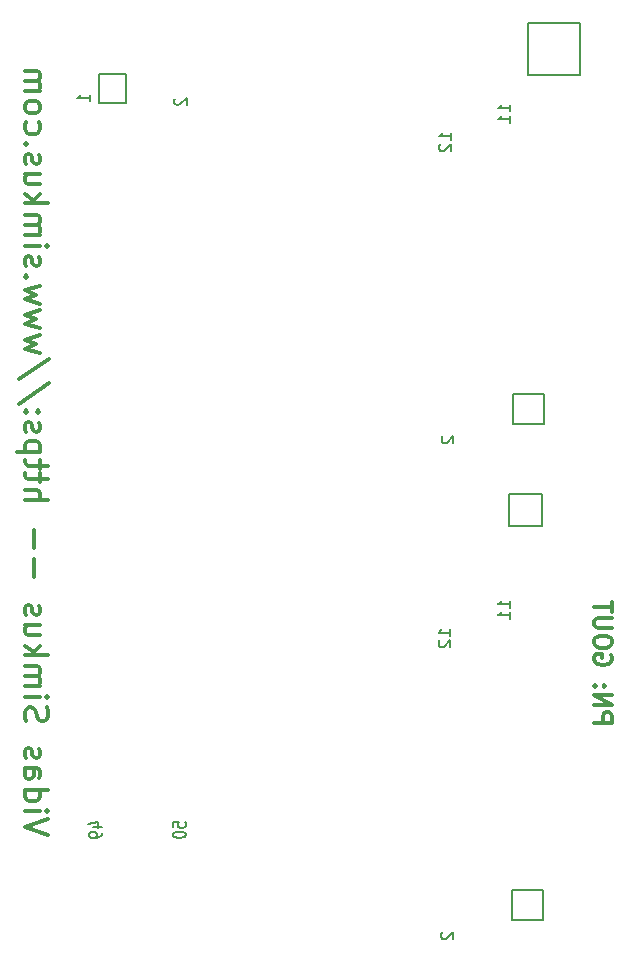
<source format=gbo>
G04 #@! TF.GenerationSoftware,KiCad,Pcbnew,5.0.2-bee76a0~70~ubuntu18.04.1*
G04 #@! TF.CreationDate,2019-06-11T19:18:52-05:00*
G04 #@! TF.ProjectId,ADAPTER_BOARD,41444150-5445-4525-9f42-4f4152442e6b,rev?*
G04 #@! TF.SameCoordinates,Original*
G04 #@! TF.FileFunction,Legend,Bot*
G04 #@! TF.FilePolarity,Positive*
%FSLAX46Y46*%
G04 Gerber Fmt 4.6, Leading zero omitted, Abs format (unit mm)*
G04 Created by KiCad (PCBNEW 5.0.2-bee76a0~70~ubuntu18.04.1) date Tue 11 Jun 2019 07:18:52 PM CDT*
%MOMM*%
%LPD*%
G01*
G04 APERTURE LIST*
%ADD10C,0.300000*%
%ADD11C,0.150000*%
%ADD12C,0.200000*%
G04 APERTURE END LIST*
D10*
X101321428Y-99000000D02*
X102821428Y-99000000D01*
X102821428Y-98428571D01*
X102750000Y-98285714D01*
X102678571Y-98214285D01*
X102535714Y-98142857D01*
X102321428Y-98142857D01*
X102178571Y-98214285D01*
X102107142Y-98285714D01*
X102035714Y-98428571D01*
X102035714Y-99000000D01*
X101321428Y-97500000D02*
X102821428Y-97500000D01*
X101321428Y-96642857D01*
X102821428Y-96642857D01*
X101464285Y-95928571D02*
X101392857Y-95857142D01*
X101321428Y-95928571D01*
X101392857Y-96000000D01*
X101464285Y-95928571D01*
X101321428Y-95928571D01*
X102250000Y-95928571D02*
X102178571Y-95857142D01*
X102107142Y-95928571D01*
X102178571Y-96000000D01*
X102250000Y-95928571D01*
X102107142Y-95928571D01*
X102750000Y-93285714D02*
X102821428Y-93428571D01*
X102821428Y-93642857D01*
X102750000Y-93857142D01*
X102607142Y-94000000D01*
X102464285Y-94071428D01*
X102178571Y-94142857D01*
X101964285Y-94142857D01*
X101678571Y-94071428D01*
X101535714Y-94000000D01*
X101392857Y-93857142D01*
X101321428Y-93642857D01*
X101321428Y-93500000D01*
X101392857Y-93285714D01*
X101464285Y-93214285D01*
X101964285Y-93214285D01*
X101964285Y-93500000D01*
X102821428Y-92285714D02*
X102821428Y-92000000D01*
X102750000Y-91857142D01*
X102607142Y-91714285D01*
X102321428Y-91642857D01*
X101821428Y-91642857D01*
X101535714Y-91714285D01*
X101392857Y-91857142D01*
X101321428Y-92000000D01*
X101321428Y-92285714D01*
X101392857Y-92428571D01*
X101535714Y-92571428D01*
X101821428Y-92642857D01*
X102321428Y-92642857D01*
X102607142Y-92571428D01*
X102750000Y-92428571D01*
X102821428Y-92285714D01*
X102821428Y-91000000D02*
X101607142Y-91000000D01*
X101464285Y-90928571D01*
X101392857Y-90857142D01*
X101321428Y-90714285D01*
X101321428Y-90428571D01*
X101392857Y-90285714D01*
X101464285Y-90214285D01*
X101607142Y-90142857D01*
X102821428Y-90142857D01*
X102821428Y-89642857D02*
X102821428Y-88785714D01*
X101321428Y-89214285D02*
X102821428Y-89214285D01*
X55095238Y-108476190D02*
X53095238Y-107809523D01*
X55095238Y-107142857D01*
X53095238Y-106476190D02*
X54428571Y-106476190D01*
X55095238Y-106476190D02*
X54999999Y-106571428D01*
X54904761Y-106476190D01*
X54999999Y-106380952D01*
X55095238Y-106476190D01*
X54904761Y-106476190D01*
X53095238Y-104666666D02*
X55095238Y-104666666D01*
X53190476Y-104666666D02*
X53095238Y-104857142D01*
X53095238Y-105238095D01*
X53190476Y-105428571D01*
X53285714Y-105523809D01*
X53476190Y-105619047D01*
X54047619Y-105619047D01*
X54238095Y-105523809D01*
X54333333Y-105428571D01*
X54428571Y-105238095D01*
X54428571Y-104857142D01*
X54333333Y-104666666D01*
X53095238Y-102857142D02*
X54142857Y-102857142D01*
X54333333Y-102952380D01*
X54428571Y-103142857D01*
X54428571Y-103523809D01*
X54333333Y-103714285D01*
X53190476Y-102857142D02*
X53095238Y-103047619D01*
X53095238Y-103523809D01*
X53190476Y-103714285D01*
X53380952Y-103809523D01*
X53571428Y-103809523D01*
X53761904Y-103714285D01*
X53857142Y-103523809D01*
X53857142Y-103047619D01*
X53952380Y-102857142D01*
X53190476Y-102000000D02*
X53095238Y-101809523D01*
X53095238Y-101428571D01*
X53190476Y-101238095D01*
X53380952Y-101142857D01*
X53476190Y-101142857D01*
X53666666Y-101238095D01*
X53761904Y-101428571D01*
X53761904Y-101714285D01*
X53857142Y-101904761D01*
X54047619Y-102000000D01*
X54142857Y-102000000D01*
X54333333Y-101904761D01*
X54428571Y-101714285D01*
X54428571Y-101428571D01*
X54333333Y-101238095D01*
X53190476Y-98857142D02*
X53095238Y-98571428D01*
X53095238Y-98095238D01*
X53190476Y-97904761D01*
X53285714Y-97809523D01*
X53476190Y-97714285D01*
X53666666Y-97714285D01*
X53857142Y-97809523D01*
X53952380Y-97904761D01*
X54047619Y-98095238D01*
X54142857Y-98476190D01*
X54238095Y-98666666D01*
X54333333Y-98761904D01*
X54523809Y-98857142D01*
X54714285Y-98857142D01*
X54904761Y-98761904D01*
X54999999Y-98666666D01*
X55095238Y-98476190D01*
X55095238Y-98000000D01*
X54999999Y-97714285D01*
X53095238Y-96857142D02*
X54428571Y-96857142D01*
X55095238Y-96857142D02*
X54999999Y-96952380D01*
X54904761Y-96857142D01*
X54999999Y-96761904D01*
X55095238Y-96857142D01*
X54904761Y-96857142D01*
X53095238Y-95904761D02*
X54428571Y-95904761D01*
X54238095Y-95904761D02*
X54333333Y-95809523D01*
X54428571Y-95619047D01*
X54428571Y-95333333D01*
X54333333Y-95142857D01*
X54142857Y-95047619D01*
X53095238Y-95047619D01*
X54142857Y-95047619D02*
X54333333Y-94952380D01*
X54428571Y-94761904D01*
X54428571Y-94476190D01*
X54333333Y-94285714D01*
X54142857Y-94190476D01*
X53095238Y-94190476D01*
X53095238Y-93238095D02*
X55095238Y-93238095D01*
X53857142Y-93047619D02*
X53095238Y-92476190D01*
X54428571Y-92476190D02*
X53666666Y-93238095D01*
X54428571Y-90761904D02*
X53095238Y-90761904D01*
X54428571Y-91619047D02*
X53380952Y-91619047D01*
X53190476Y-91523809D01*
X53095238Y-91333333D01*
X53095238Y-91047619D01*
X53190476Y-90857142D01*
X53285714Y-90761904D01*
X53190476Y-89904761D02*
X53095238Y-89714285D01*
X53095238Y-89333333D01*
X53190476Y-89142857D01*
X53380952Y-89047619D01*
X53476190Y-89047619D01*
X53666666Y-89142857D01*
X53761904Y-89333333D01*
X53761904Y-89619047D01*
X53857142Y-89809523D01*
X54047619Y-89904761D01*
X54142857Y-89904761D01*
X54333333Y-89809523D01*
X54428571Y-89619047D01*
X54428571Y-89333333D01*
X54333333Y-89142857D01*
X53857142Y-86666666D02*
X53857142Y-85142857D01*
X53857142Y-84190476D02*
X53857142Y-82666666D01*
X53095238Y-80190476D02*
X55095238Y-80190476D01*
X53095238Y-79333333D02*
X54142857Y-79333333D01*
X54333333Y-79428571D01*
X54428571Y-79619047D01*
X54428571Y-79904761D01*
X54333333Y-80095238D01*
X54238095Y-80190476D01*
X54428571Y-78666666D02*
X54428571Y-77904761D01*
X55095238Y-78380952D02*
X53380952Y-78380952D01*
X53190476Y-78285714D01*
X53095238Y-78095238D01*
X53095238Y-77904761D01*
X54428571Y-77523809D02*
X54428571Y-76761904D01*
X55095238Y-77238095D02*
X53380952Y-77238095D01*
X53190476Y-77142857D01*
X53095238Y-76952380D01*
X53095238Y-76761904D01*
X54428571Y-76095238D02*
X52428571Y-76095238D01*
X54333333Y-76095238D02*
X54428571Y-75904761D01*
X54428571Y-75523809D01*
X54333333Y-75333333D01*
X54238095Y-75238095D01*
X54047619Y-75142857D01*
X53476190Y-75142857D01*
X53285714Y-75238095D01*
X53190476Y-75333333D01*
X53095238Y-75523809D01*
X53095238Y-75904761D01*
X53190476Y-76095238D01*
X53190476Y-74380952D02*
X53095238Y-74190476D01*
X53095238Y-73809523D01*
X53190476Y-73619047D01*
X53380952Y-73523809D01*
X53476190Y-73523809D01*
X53666666Y-73619047D01*
X53761904Y-73809523D01*
X53761904Y-74095238D01*
X53857142Y-74285714D01*
X54047619Y-74380952D01*
X54142857Y-74380952D01*
X54333333Y-74285714D01*
X54428571Y-74095238D01*
X54428571Y-73809523D01*
X54333333Y-73619047D01*
X53285714Y-72666666D02*
X53190476Y-72571428D01*
X53095238Y-72666666D01*
X53190476Y-72761904D01*
X53285714Y-72666666D01*
X53095238Y-72666666D01*
X54333333Y-72666666D02*
X54238095Y-72571428D01*
X54142857Y-72666666D01*
X54238095Y-72761904D01*
X54333333Y-72666666D01*
X54142857Y-72666666D01*
X55190476Y-70285714D02*
X52619047Y-72000000D01*
X55190476Y-68190476D02*
X52619047Y-69904761D01*
X54428571Y-67714285D02*
X53095238Y-67333333D01*
X54047619Y-66952380D01*
X53095238Y-66571428D01*
X54428571Y-66190476D01*
X54428571Y-65619047D02*
X53095238Y-65238095D01*
X54047619Y-64857142D01*
X53095238Y-64476190D01*
X54428571Y-64095238D01*
X54428571Y-63523809D02*
X53095238Y-63142857D01*
X54047619Y-62761904D01*
X53095238Y-62380952D01*
X54428571Y-62000000D01*
X53285714Y-61238095D02*
X53190476Y-61142857D01*
X53095238Y-61238095D01*
X53190476Y-61333333D01*
X53285714Y-61238095D01*
X53095238Y-61238095D01*
X53190476Y-60380952D02*
X53095238Y-60190476D01*
X53095238Y-59809523D01*
X53190476Y-59619047D01*
X53380952Y-59523809D01*
X53476190Y-59523809D01*
X53666666Y-59619047D01*
X53761904Y-59809523D01*
X53761904Y-60095238D01*
X53857142Y-60285714D01*
X54047619Y-60380952D01*
X54142857Y-60380952D01*
X54333333Y-60285714D01*
X54428571Y-60095238D01*
X54428571Y-59809523D01*
X54333333Y-59619047D01*
X53095238Y-58666666D02*
X54428571Y-58666666D01*
X55095238Y-58666666D02*
X55000000Y-58761904D01*
X54904761Y-58666666D01*
X55000000Y-58571428D01*
X55095238Y-58666666D01*
X54904761Y-58666666D01*
X53095238Y-57714285D02*
X54428571Y-57714285D01*
X54238095Y-57714285D02*
X54333333Y-57619047D01*
X54428571Y-57428571D01*
X54428571Y-57142857D01*
X54333333Y-56952380D01*
X54142857Y-56857142D01*
X53095238Y-56857142D01*
X54142857Y-56857142D02*
X54333333Y-56761904D01*
X54428571Y-56571428D01*
X54428571Y-56285714D01*
X54333333Y-56095238D01*
X54142857Y-56000000D01*
X53095238Y-56000000D01*
X53095238Y-55047619D02*
X55095238Y-55047619D01*
X53857142Y-54857142D02*
X53095238Y-54285714D01*
X54428571Y-54285714D02*
X53666666Y-55047619D01*
X54428571Y-52571428D02*
X53095238Y-52571428D01*
X54428571Y-53428571D02*
X53380952Y-53428571D01*
X53190476Y-53333333D01*
X53095238Y-53142857D01*
X53095238Y-52857142D01*
X53190476Y-52666666D01*
X53285714Y-52571428D01*
X53190476Y-51714285D02*
X53095238Y-51523809D01*
X53095238Y-51142857D01*
X53190476Y-50952380D01*
X53380952Y-50857142D01*
X53476190Y-50857142D01*
X53666666Y-50952380D01*
X53761904Y-51142857D01*
X53761904Y-51428571D01*
X53857142Y-51619047D01*
X54047619Y-51714285D01*
X54142857Y-51714285D01*
X54333333Y-51619047D01*
X54428571Y-51428571D01*
X54428571Y-51142857D01*
X54333333Y-50952380D01*
X53285714Y-50000000D02*
X53190476Y-49904761D01*
X53095238Y-50000000D01*
X53190476Y-50095238D01*
X53285714Y-50000000D01*
X53095238Y-50000000D01*
X53190476Y-48190476D02*
X53095238Y-48380952D01*
X53095238Y-48761904D01*
X53190476Y-48952380D01*
X53285714Y-49047619D01*
X53476190Y-49142857D01*
X54047619Y-49142857D01*
X54238095Y-49047619D01*
X54333333Y-48952380D01*
X54428571Y-48761904D01*
X54428571Y-48380952D01*
X54333333Y-48190476D01*
X53095238Y-47047619D02*
X53190476Y-47238095D01*
X53285714Y-47333333D01*
X53476190Y-47428571D01*
X54047619Y-47428571D01*
X54238095Y-47333333D01*
X54333333Y-47238095D01*
X54428571Y-47047619D01*
X54428571Y-46761904D01*
X54333333Y-46571428D01*
X54238095Y-46476190D01*
X54047619Y-46380952D01*
X53476190Y-46380952D01*
X53285714Y-46476190D01*
X53190476Y-46571428D01*
X53095238Y-46761904D01*
X53095238Y-47047619D01*
X53095238Y-45523809D02*
X54428571Y-45523809D01*
X54238095Y-45523809D02*
X54333333Y-45428571D01*
X54428571Y-45238095D01*
X54428571Y-44952380D01*
X54333333Y-44761904D01*
X54142857Y-44666666D01*
X53095238Y-44666666D01*
X54142857Y-44666666D02*
X54333333Y-44571428D01*
X54428571Y-44380952D01*
X54428571Y-44095238D01*
X54333333Y-43904761D01*
X54142857Y-43809523D01*
X53095238Y-43809523D01*
D11*
G04 #@! TO.C,BOARD1*
X60500000Y-44100000D02*
X61700000Y-44100000D01*
X61700000Y-44100000D02*
X61700000Y-46500000D01*
X61700000Y-46500000D02*
X59400000Y-46500000D01*
X59400000Y-46500000D02*
X59400000Y-44100000D01*
X59400000Y-44100000D02*
X60500000Y-44100000D01*
G04 #@! TO.C,PLC1-12*
X94450000Y-73750000D02*
X94450000Y-71150000D01*
X94450000Y-71150000D02*
X97050000Y-71150000D01*
X97050000Y-71150000D02*
X97050000Y-73750000D01*
X97050000Y-73750000D02*
X94450000Y-73750000D01*
G04 #@! TO.C,PLC13-14*
X94400000Y-115750000D02*
X94400000Y-113150000D01*
X94400000Y-113150000D02*
X97000000Y-113150000D01*
X97000000Y-113150000D02*
X97000000Y-115750000D01*
X97000000Y-115750000D02*
X94400000Y-115750000D01*
G04 #@! TO.C,PLC24*
X96870000Y-82350000D02*
X94070000Y-82350000D01*
X96870000Y-79650000D02*
X96870000Y-82350000D01*
X94070000Y-79650000D02*
X96870000Y-79650000D01*
X94070000Y-82350000D02*
X94070000Y-79650000D01*
G04 #@! TO.C,VDC24*
X95690000Y-44180000D02*
X100090000Y-44180000D01*
X95690000Y-39780000D02*
X95690000Y-44180000D01*
X100090000Y-39780000D02*
X95690000Y-39780000D01*
X100090000Y-44180000D02*
X100090000Y-39780000D01*
G04 #@! TO.C,BOARD1*
D12*
X65647619Y-107858571D02*
X65647619Y-107439523D01*
X66171428Y-107397619D01*
X66119047Y-107439523D01*
X66066666Y-107523333D01*
X66066666Y-107732857D01*
X66119047Y-107816666D01*
X66171428Y-107858571D01*
X66276190Y-107900476D01*
X66538095Y-107900476D01*
X66642857Y-107858571D01*
X66695238Y-107816666D01*
X66747619Y-107732857D01*
X66747619Y-107523333D01*
X66695238Y-107439523D01*
X66642857Y-107397619D01*
X65647619Y-108445238D02*
X65647619Y-108529047D01*
X65700000Y-108612857D01*
X65752380Y-108654761D01*
X65857142Y-108696666D01*
X66066666Y-108738571D01*
X66328571Y-108738571D01*
X66538095Y-108696666D01*
X66642857Y-108654761D01*
X66695238Y-108612857D01*
X66747619Y-108529047D01*
X66747619Y-108445238D01*
X66695238Y-108361428D01*
X66642857Y-108319523D01*
X66538095Y-108277619D01*
X66328571Y-108235714D01*
X66066666Y-108235714D01*
X65857142Y-108277619D01*
X65752380Y-108319523D01*
X65700000Y-108361428D01*
X65647619Y-108445238D01*
X65852380Y-46197619D02*
X65800000Y-46239523D01*
X65747619Y-46323333D01*
X65747619Y-46532857D01*
X65800000Y-46616666D01*
X65852380Y-46658571D01*
X65957142Y-46700476D01*
X66061904Y-46700476D01*
X66219047Y-46658571D01*
X66847619Y-46155714D01*
X66847619Y-46700476D01*
X58914285Y-107816666D02*
X59647619Y-107816666D01*
X58495238Y-107607142D02*
X59280952Y-107397619D01*
X59280952Y-107942380D01*
X59647619Y-108319523D02*
X59647619Y-108487142D01*
X59595238Y-108570952D01*
X59542857Y-108612857D01*
X59385714Y-108696666D01*
X59176190Y-108738571D01*
X58757142Y-108738571D01*
X58652380Y-108696666D01*
X58600000Y-108654761D01*
X58547619Y-108570952D01*
X58547619Y-108403333D01*
X58600000Y-108319523D01*
X58652380Y-108277619D01*
X58757142Y-108235714D01*
X59019047Y-108235714D01*
X59123809Y-108277619D01*
X59176190Y-108319523D01*
X59228571Y-108403333D01*
X59228571Y-108570952D01*
X59176190Y-108654761D01*
X59123809Y-108696666D01*
X59019047Y-108738571D01*
X58647619Y-46400476D02*
X58647619Y-45897619D01*
X58647619Y-46149047D02*
X57547619Y-46149047D01*
X57704761Y-46065238D01*
X57809523Y-45981428D01*
X57861904Y-45897619D01*
G04 #@! TO.C,PLC1-12*
D11*
X89202380Y-49659523D02*
X89202380Y-49088095D01*
X89202380Y-49373809D02*
X88202380Y-49373809D01*
X88345238Y-49278571D01*
X88440476Y-49183333D01*
X88488095Y-49088095D01*
X88297619Y-50040476D02*
X88250000Y-50088095D01*
X88202380Y-50183333D01*
X88202380Y-50421428D01*
X88250000Y-50516666D01*
X88297619Y-50564285D01*
X88392857Y-50611904D01*
X88488095Y-50611904D01*
X88630952Y-50564285D01*
X89202380Y-49992857D01*
X89202380Y-50611904D01*
X94202380Y-47259523D02*
X94202380Y-46688095D01*
X94202380Y-46973809D02*
X93202380Y-46973809D01*
X93345238Y-46878571D01*
X93440476Y-46783333D01*
X93488095Y-46688095D01*
X94202380Y-48211904D02*
X94202380Y-47640476D01*
X94202380Y-47926190D02*
X93202380Y-47926190D01*
X93345238Y-47830952D01*
X93440476Y-47735714D01*
X93488095Y-47640476D01*
X88497619Y-74764285D02*
X88450000Y-74811904D01*
X88402380Y-74907142D01*
X88402380Y-75145238D01*
X88450000Y-75240476D01*
X88497619Y-75288095D01*
X88592857Y-75335714D01*
X88688095Y-75335714D01*
X88830952Y-75288095D01*
X89402380Y-74716666D01*
X89402380Y-75335714D01*
G04 #@! TO.C,PLC13-14*
X89152380Y-91659523D02*
X89152380Y-91088095D01*
X89152380Y-91373809D02*
X88152380Y-91373809D01*
X88295238Y-91278571D01*
X88390476Y-91183333D01*
X88438095Y-91088095D01*
X88247619Y-92040476D02*
X88200000Y-92088095D01*
X88152380Y-92183333D01*
X88152380Y-92421428D01*
X88200000Y-92516666D01*
X88247619Y-92564285D01*
X88342857Y-92611904D01*
X88438095Y-92611904D01*
X88580952Y-92564285D01*
X89152380Y-91992857D01*
X89152380Y-92611904D01*
X94152380Y-89259523D02*
X94152380Y-88688095D01*
X94152380Y-88973809D02*
X93152380Y-88973809D01*
X93295238Y-88878571D01*
X93390476Y-88783333D01*
X93438095Y-88688095D01*
X94152380Y-90211904D02*
X94152380Y-89640476D01*
X94152380Y-89926190D02*
X93152380Y-89926190D01*
X93295238Y-89830952D01*
X93390476Y-89735714D01*
X93438095Y-89640476D01*
X88447619Y-116764285D02*
X88400000Y-116811904D01*
X88352380Y-116907142D01*
X88352380Y-117145238D01*
X88400000Y-117240476D01*
X88447619Y-117288095D01*
X88542857Y-117335714D01*
X88638095Y-117335714D01*
X88780952Y-117288095D01*
X89352380Y-116716666D01*
X89352380Y-117335714D01*
G04 #@! TD*
M02*

</source>
